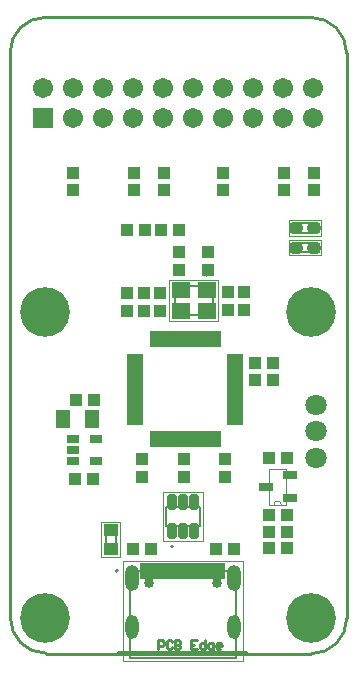
<source format=gts>
G04*
G04 #@! TF.GenerationSoftware,Altium Limited,Altium Designer,20.0.12 (288)*
G04*
G04 Layer_Color=8388736*
%FSLAX44Y44*%
%MOMM*%
G71*
G01*
G75*
%ADD10C,0.2000*%
%ADD11C,0.2540*%
%ADD12C,0.1270*%
%ADD14C,0.0000*%
%ADD15C,0.0500*%
%ADD29R,0.5032X1.3432*%
%ADD30R,0.5032X1.4032*%
%ADD31R,1.4032X0.5032*%
%ADD32R,1.0032X1.0032*%
%ADD33R,1.0032X1.0032*%
%ADD34R,1.2032X0.7620*%
%ADD35R,1.1932X1.1232*%
%ADD36C,1.8032*%
%ADD37R,1.1032X0.8032*%
%ADD38R,1.2032X1.5032*%
G04:AMPARAMS|DCode=39|XSize=1.1132mm|YSize=1.0332mm|CornerRadius=0.3216mm|HoleSize=0mm|Usage=FLASHONLY|Rotation=0.000|XOffset=0mm|YOffset=0mm|HoleType=Round|Shape=RoundedRectangle|*
%AMROUNDEDRECTD39*
21,1,1.1132,0.3901,0,0,0.0*
21,1,0.4701,1.0332,0,0,0.0*
1,1,0.6431,0.2351,-0.1951*
1,1,0.6431,-0.2351,-0.1951*
1,1,0.6431,-0.2351,0.1951*
1,1,0.6431,0.2351,0.1951*
%
%ADD39ROUNDEDRECTD39*%
G04:AMPARAMS|DCode=40|XSize=1.4132mm|YSize=0.7932mm|CornerRadius=0.1754mm|HoleSize=0mm|Usage=FLASHONLY|Rotation=90.000|XOffset=0mm|YOffset=0mm|HoleType=Round|Shape=RoundedRectangle|*
%AMROUNDEDRECTD40*
21,1,1.4132,0.4425,0,0,90.0*
21,1,1.0625,0.7932,0,0,90.0*
1,1,0.3507,0.2213,0.5313*
1,1,0.3507,0.2213,-0.5313*
1,1,0.3507,-0.2213,-0.5313*
1,1,0.3507,-0.2213,0.5313*
%
%ADD40ROUNDEDRECTD40*%
%ADD41R,1.6032X1.4032*%
%ADD42C,0.8532*%
%ADD43O,1.2032X2.2032*%
%ADD44O,1.1032X2.0032*%
%ADD45C,4.2032*%
%ADD46R,1.7032X1.7032*%
%ADD47C,1.7032*%
D10*
X1331519Y519537D02*
G03*
X1331519Y519537I-1000J0D01*
G01*
X1378050Y540000D02*
G03*
X1378050Y540000I-1000J0D01*
G01*
X1407510Y770420D02*
G03*
X1407510Y770420I-1000J0D01*
G01*
D11*
X1495157Y449343D02*
G03*
X1525157Y479343I0J30000D01*
G01*
X1525000Y958000D02*
G03*
X1495000Y988000I-30000J0D01*
G01*
X1270000Y988250D02*
G03*
X1240000Y958250I0J-30000D01*
G01*
X1240270Y479770D02*
G03*
X1270270Y449770I30000J0D01*
G01*
Y449500D02*
X1495157Y449500D01*
X1525000Y958000D02*
X1525000Y479343D01*
X1270000Y988237D02*
X1495000Y988018D01*
X1240000Y958250D02*
X1240000Y479770D01*
X1270270Y449500D02*
X1341750D01*
X1365569Y453537D02*
Y460534D01*
X1369067D01*
X1370234Y459368D01*
Y457035D01*
X1369067Y455869D01*
X1365569D01*
X1377231Y459368D02*
X1376065Y460534D01*
X1373733D01*
X1372566Y459368D01*
Y454703D01*
X1373733Y453537D01*
X1376065D01*
X1377231Y454703D01*
X1379564Y460534D02*
Y453537D01*
X1383063D01*
X1384229Y454703D01*
Y455869D01*
X1383063Y457035D01*
X1379564D01*
X1383063D01*
X1384229Y458202D01*
Y459368D01*
X1383063Y460534D01*
X1379564D01*
X1398225D02*
X1393560D01*
Y453537D01*
X1398225D01*
X1393560Y457035D02*
X1395892D01*
X1405222Y460534D02*
Y453537D01*
X1401724D01*
X1400557Y454703D01*
Y457035D01*
X1401724Y458202D01*
X1405222D01*
X1409888Y451204D02*
X1411054D01*
X1412220Y452370D01*
Y458202D01*
X1408721D01*
X1407555Y457035D01*
Y454703D01*
X1408721Y453537D01*
X1412220D01*
X1418052D02*
X1415719D01*
X1414553Y454703D01*
Y457035D01*
X1415719Y458202D01*
X1418052D01*
X1419218Y457035D01*
Y455869D01*
X1414553D01*
D12*
X1341569Y446037D02*
Y519537D01*
Y446037D02*
X1430969D01*
Y519537D01*
X1341569D02*
X1430969D01*
X1331569Y450937D02*
X1440969D01*
X1321150Y538000D02*
Y554000D01*
Y538000D02*
X1329350D01*
Y554000D01*
X1321150D02*
X1329350D01*
X1482000Y805750D02*
Y813750D01*
Y805750D02*
X1498000D01*
Y813750D01*
X1482000D02*
X1498000D01*
X1482000Y789250D02*
Y797250D01*
Y789250D02*
X1498000D01*
Y797250D01*
X1482000D02*
X1498000D01*
X1371875Y557425D02*
Y573675D01*
X1401125D01*
Y557425D02*
Y573675D01*
X1371875Y557425D02*
X1401125D01*
X1411510Y735920D02*
Y760920D01*
X1379510Y735920D02*
X1411510D01*
X1379510Y760920D02*
X1411510D01*
X1379510Y735920D02*
Y760920D01*
D14*
X1429443Y522135D02*
G03*
X1426270Y518611I176J-3349D01*
G01*
X1432768Y519152D02*
G03*
X1429453Y522136I-3149J-165D01*
G01*
Y505137D02*
G03*
X1432768Y508122I165J3149D01*
G01*
X1426269Y508128D02*
G03*
X1429477Y505137I3100J108D01*
G01*
X1432769Y508137D02*
Y519137D01*
X1426269Y508137D02*
Y518637D01*
X1469660Y575610D02*
G03*
X1463564Y575610I-3048J0D01*
G01*
X1459500Y605582D02*
X1473724D01*
X1459500Y593136D02*
Y605582D01*
Y588056D02*
Y593136D01*
Y575610D02*
Y588056D01*
Y575610D02*
X1463564D01*
X1469660D01*
X1473724D01*
Y578404D01*
Y583484D01*
Y597708D01*
Y578404D02*
X1479058D01*
Y583484D01*
X1473724D02*
X1479058D01*
X1473724Y602788D02*
Y605582D01*
Y597708D02*
Y602788D01*
Y597708D02*
X1479058D01*
Y602788D01*
X1473724D02*
X1479058D01*
X1454166Y593136D02*
X1459500D01*
X1454166Y588056D02*
Y593136D01*
Y588056D02*
X1459500D01*
D15*
X1335519Y443537D02*
Y527737D01*
Y443537D02*
X1437019D01*
Y527737D01*
X1335519D02*
X1437019D01*
X1333450Y531100D02*
Y560900D01*
X1317050D02*
X1333450D01*
X1317050Y531100D02*
Y560900D01*
Y531100D02*
X1333450D01*
X1476300Y803050D02*
Y816450D01*
Y803050D02*
X1503700D01*
Y816450D01*
X1476300D02*
X1503700D01*
X1476300Y786550D02*
Y799950D01*
Y786550D02*
X1503700D01*
Y799950D01*
X1476300D02*
X1503700D01*
X1369375Y544450D02*
X1403625D01*
Y586650D01*
X1369375D02*
X1403625D01*
X1369375Y544450D02*
Y586650D01*
X1416010Y731420D02*
Y765420D01*
X1375010D02*
X1416010D01*
X1375010Y731420D02*
X1416010D01*
X1375010D02*
Y765420D01*
D29*
X1383769Y519537D02*
D03*
X1378769D02*
D03*
X1373769D02*
D03*
X1368769D02*
D03*
X1363769D02*
D03*
X1360769D02*
D03*
X1355769D02*
D03*
X1352769D02*
D03*
X1388769D02*
D03*
X1393769D02*
D03*
X1398769D02*
D03*
X1403769D02*
D03*
X1408769D02*
D03*
X1411769D02*
D03*
X1416769D02*
D03*
X1419769D02*
D03*
D30*
X1415780Y715790D02*
D03*
X1410780D02*
D03*
X1405780D02*
D03*
X1400780D02*
D03*
X1395780D02*
D03*
X1390780D02*
D03*
X1385780D02*
D03*
X1380780D02*
D03*
X1375780D02*
D03*
X1370780D02*
D03*
X1365780D02*
D03*
X1360780D02*
D03*
Y630790D02*
D03*
X1365780D02*
D03*
X1370780D02*
D03*
X1375780D02*
D03*
X1380780D02*
D03*
X1385780D02*
D03*
X1390780D02*
D03*
X1395780D02*
D03*
X1400780D02*
D03*
X1405780D02*
D03*
X1410780D02*
D03*
X1415780D02*
D03*
D31*
X1345780Y700790D02*
D03*
Y695790D02*
D03*
Y690790D02*
D03*
Y685790D02*
D03*
Y680790D02*
D03*
Y675790D02*
D03*
Y670790D02*
D03*
Y665790D02*
D03*
Y660790D02*
D03*
Y655790D02*
D03*
Y650790D02*
D03*
Y645790D02*
D03*
X1430780D02*
D03*
Y650790D02*
D03*
Y655790D02*
D03*
Y660790D02*
D03*
Y665790D02*
D03*
Y670790D02*
D03*
Y675790D02*
D03*
Y680790D02*
D03*
Y685790D02*
D03*
Y690790D02*
D03*
Y695790D02*
D03*
Y700790D02*
D03*
D32*
X1293500Y841750D02*
D03*
Y856750D02*
D03*
X1345000Y841750D02*
D03*
Y856750D02*
D03*
X1370250Y841750D02*
D03*
Y856750D02*
D03*
X1420500Y841750D02*
D03*
Y856750D02*
D03*
X1471750Y841750D02*
D03*
Y856750D02*
D03*
X1497500Y841750D02*
D03*
Y856750D02*
D03*
X1367000Y754632D02*
D03*
Y739632D02*
D03*
X1387000Y614250D02*
D03*
Y599250D02*
D03*
X1351750Y614250D02*
D03*
Y599250D02*
D03*
X1424250Y755500D02*
D03*
Y740500D02*
D03*
X1407370Y789210D02*
D03*
Y774210D02*
D03*
X1353140Y739632D02*
D03*
Y754632D02*
D03*
X1339250D02*
D03*
Y739632D02*
D03*
X1383240Y789210D02*
D03*
Y774210D02*
D03*
X1421750Y599250D02*
D03*
Y614250D02*
D03*
X1438250Y755500D02*
D03*
Y740500D02*
D03*
D33*
X1459553Y552596D02*
D03*
X1474553D02*
D03*
X1459553Y614846D02*
D03*
X1474553D02*
D03*
Y566596D02*
D03*
X1459553D02*
D03*
Y538596D02*
D03*
X1474553D02*
D03*
X1295000Y597250D02*
D03*
X1310000D02*
D03*
X1339250Y808000D02*
D03*
X1354250D02*
D03*
X1368070D02*
D03*
X1383070D02*
D03*
X1295750Y664000D02*
D03*
X1310750D02*
D03*
X1429500Y538000D02*
D03*
X1414500D02*
D03*
X1447250Y681000D02*
D03*
X1462250D02*
D03*
Y695750D02*
D03*
X1447250D02*
D03*
X1344000Y538000D02*
D03*
X1359000D02*
D03*
D34*
X1476772Y580944D02*
D03*
Y600248D02*
D03*
X1456452Y590596D02*
D03*
D35*
X1325250Y553750D02*
D03*
Y538250D02*
D03*
D36*
X1499500Y615000D02*
D03*
Y660250D02*
D03*
Y637625D02*
D03*
D37*
X1293000Y621750D02*
D03*
Y612250D02*
D03*
Y631250D02*
D03*
X1313000D02*
D03*
Y612250D02*
D03*
D38*
X1284750Y647750D02*
D03*
X1309750D02*
D03*
D39*
X1497500Y809750D02*
D03*
X1482500D02*
D03*
X1497500Y793250D02*
D03*
X1482500D02*
D03*
D40*
X1377000Y553000D02*
D03*
X1386500D02*
D03*
X1396000D02*
D03*
Y578100D02*
D03*
X1386500D02*
D03*
X1377000D02*
D03*
D41*
X1406510Y756920D02*
D03*
X1384510D02*
D03*
Y739920D02*
D03*
X1406510D02*
D03*
D42*
X1357369Y508837D02*
D03*
X1415169D02*
D03*
D43*
X1343019Y513637D02*
D03*
X1429519D02*
D03*
D44*
X1343019Y471837D02*
D03*
X1429519D02*
D03*
D45*
X1270000Y479500D02*
D03*
X1495000D02*
D03*
Y738500D02*
D03*
X1270000D02*
D03*
D46*
X1268150Y903000D02*
D03*
D47*
X1293550D02*
D03*
X1318950D02*
D03*
X1344350D02*
D03*
X1369750D02*
D03*
X1395150D02*
D03*
X1420550D02*
D03*
X1445950D02*
D03*
X1471350D02*
D03*
X1496750D02*
D03*
X1268150Y928400D02*
D03*
X1293550D02*
D03*
X1318950D02*
D03*
X1344350D02*
D03*
X1369750D02*
D03*
X1395150D02*
D03*
X1420550D02*
D03*
X1445950D02*
D03*
X1471350D02*
D03*
X1496750D02*
D03*
M02*

</source>
